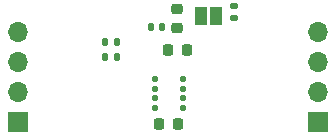
<source format=gbr>
%TF.GenerationSoftware,KiCad,Pcbnew,6.0.11-2627ca5db0~126~ubuntu22.04.1*%
%TF.CreationDate,2024-02-09T10:02:31+01:00*%
%TF.ProjectId,I2C_Module_BME680_FUEL4EP,4932435f-4d6f-4647-956c-655f424d4536,V1.2*%
%TF.SameCoordinates,Original*%
%TF.FileFunction,Soldermask,Top*%
%TF.FilePolarity,Negative*%
%FSLAX46Y46*%
G04 Gerber Fmt 4.6, Leading zero omitted, Abs format (unit mm)*
G04 Created by KiCad (PCBNEW 6.0.11-2627ca5db0~126~ubuntu22.04.1) date 2024-02-09 10:02:31*
%MOMM*%
%LPD*%
G01*
G04 APERTURE LIST*
G04 Aperture macros list*
%AMRoundRect*
0 Rectangle with rounded corners*
0 $1 Rounding radius*
0 $2 $3 $4 $5 $6 $7 $8 $9 X,Y pos of 4 corners*
0 Add a 4 corners polygon primitive as box body*
4,1,4,$2,$3,$4,$5,$6,$7,$8,$9,$2,$3,0*
0 Add four circle primitives for the rounded corners*
1,1,$1+$1,$2,$3*
1,1,$1+$1,$4,$5*
1,1,$1+$1,$6,$7*
1,1,$1+$1,$8,$9*
0 Add four rect primitives between the rounded corners*
20,1,$1+$1,$2,$3,$4,$5,0*
20,1,$1+$1,$4,$5,$6,$7,0*
20,1,$1+$1,$6,$7,$8,$9,0*
20,1,$1+$1,$8,$9,$2,$3,0*%
G04 Aperture macros list end*
%ADD10RoundRect,0.225000X0.250000X-0.225000X0.250000X0.225000X-0.250000X0.225000X-0.250000X-0.225000X0*%
%ADD11RoundRect,0.147500X-0.147500X-0.172500X0.147500X-0.172500X0.147500X0.172500X-0.147500X0.172500X0*%
%ADD12RoundRect,0.125000X0.137500X-0.125000X0.137500X0.125000X-0.137500X0.125000X-0.137500X-0.125000X0*%
%ADD13R,1.000000X1.500000*%
%ADD14RoundRect,0.225000X0.225000X0.250000X-0.225000X0.250000X-0.225000X-0.250000X0.225000X-0.250000X0*%
%ADD15RoundRect,0.135000X0.135000X0.185000X-0.135000X0.185000X-0.135000X-0.185000X0.135000X-0.185000X0*%
%ADD16RoundRect,0.135000X-0.185000X0.135000X-0.185000X-0.135000X0.185000X-0.135000X0.185000X0.135000X0*%
%ADD17RoundRect,0.225000X-0.225000X-0.250000X0.225000X-0.250000X0.225000X0.250000X-0.225000X0.250000X0*%
%ADD18R,1.700000X1.700000*%
%ADD19O,1.700000X1.700000*%
G04 APERTURE END LIST*
D10*
%TO.C,C1*%
X16000000Y9975000D03*
X16000000Y11525000D03*
%TD*%
D11*
%TO.C,FB1*%
X13715000Y10000000D03*
X14685000Y10000000D03*
%TD*%
D12*
%TO.C,U1*%
X14062500Y3200000D03*
X14062500Y4000000D03*
X14062500Y4800000D03*
X14062500Y5600000D03*
X16437500Y5600000D03*
X16437500Y4800000D03*
X16437500Y4000000D03*
X16437500Y3200000D03*
%TD*%
D13*
%TO.C,JP1*%
X17960000Y10985000D03*
X19260000Y10985000D03*
%TD*%
D14*
%TO.C,C3*%
X16775000Y8100000D03*
X15225000Y8100000D03*
%TD*%
D15*
%TO.C,R1*%
X10890000Y8715000D03*
X9870000Y8715000D03*
%TD*%
D16*
%TO.C,R3*%
X20800000Y11810000D03*
X20800000Y10790000D03*
%TD*%
D17*
%TO.C,C4*%
X14475000Y1800000D03*
X16025000Y1800000D03*
%TD*%
D15*
%TO.C,R2*%
X10910000Y7500000D03*
X9890000Y7500000D03*
%TD*%
D18*
%TO.C,J1*%
X2500000Y2000000D03*
D19*
X2500000Y4540000D03*
X2500000Y7080000D03*
X2500000Y9620000D03*
%TD*%
D18*
%TO.C,J2*%
X27900000Y2000000D03*
D19*
X27900000Y4540000D03*
X27900000Y7080000D03*
X27900000Y9620000D03*
%TD*%
M02*

</source>
